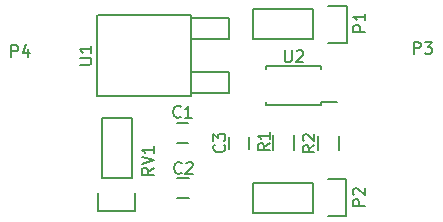
<source format=gto>
G04 #@! TF.FileFunction,Legend,Top*
%FSLAX46Y46*%
G04 Gerber Fmt 4.6, Leading zero omitted, Abs format (unit mm)*
G04 Created by KiCad (PCBNEW 4.0.1-stable) date Wednesday, June 29, 2016 'PMt' 09:03:30 PM*
%MOMM*%
G01*
G04 APERTURE LIST*
%ADD10C,0.100000*%
%ADD11C,0.150000*%
G04 APERTURE END LIST*
D10*
D11*
X183900000Y-98660000D02*
X182900000Y-98660000D01*
X182900000Y-100360000D02*
X183900000Y-100360000D01*
X184076000Y-86933000D02*
X187251000Y-86933000D01*
X187251000Y-86933000D02*
X187251000Y-85155000D01*
X187251000Y-85155000D02*
X184076000Y-85155000D01*
X184076000Y-91505000D02*
X187251000Y-91505000D01*
X187251000Y-91505000D02*
X187251000Y-89727000D01*
X187251000Y-89727000D02*
X184076000Y-89727000D01*
X177980000Y-84901000D02*
X184076000Y-84901000D01*
X184076000Y-84901000D02*
X184076000Y-91759000D01*
X184076000Y-91759000D02*
X176202000Y-91759000D01*
X176075000Y-91759000D02*
X176075000Y-84901000D01*
X176202000Y-84901000D02*
X177980000Y-84901000D01*
X183850000Y-94010000D02*
X182850000Y-94010000D01*
X182850000Y-95710000D02*
X183850000Y-95710000D01*
X188990000Y-96220000D02*
X188990000Y-95220000D01*
X187290000Y-95220000D02*
X187290000Y-96220000D01*
X194420000Y-84400000D02*
X189340000Y-84400000D01*
X189340000Y-84400000D02*
X189340000Y-86940000D01*
X189340000Y-86940000D02*
X194420000Y-86940000D01*
X197240000Y-87220000D02*
X195690000Y-87220000D01*
X194420000Y-86940000D02*
X194420000Y-84400000D01*
X195690000Y-84120000D02*
X197240000Y-84120000D01*
X197240000Y-84120000D02*
X197240000Y-87220000D01*
X194380000Y-99070000D02*
X189300000Y-99070000D01*
X189300000Y-99070000D02*
X189300000Y-101610000D01*
X189300000Y-101610000D02*
X194380000Y-101610000D01*
X197200000Y-101890000D02*
X195650000Y-101890000D01*
X194380000Y-101610000D02*
X194380000Y-99070000D01*
X195650000Y-98790000D02*
X197200000Y-98790000D01*
X197200000Y-98790000D02*
X197200000Y-101890000D01*
X191005000Y-96280000D02*
X191005000Y-95080000D01*
X192755000Y-95080000D02*
X192755000Y-96280000D01*
X196595000Y-95120000D02*
X196595000Y-96320000D01*
X194845000Y-96320000D02*
X194845000Y-95120000D01*
X179030000Y-98650000D02*
X179030000Y-93570000D01*
X179030000Y-93570000D02*
X176490000Y-93570000D01*
X176490000Y-93570000D02*
X176490000Y-98650000D01*
X176210000Y-101470000D02*
X176210000Y-99920000D01*
X176490000Y-98650000D02*
X179030000Y-98650000D01*
X179310000Y-99920000D02*
X179310000Y-101470000D01*
X179310000Y-101470000D02*
X176210000Y-101470000D01*
X195095000Y-92470000D02*
X195095000Y-92270000D01*
X190445000Y-92470000D02*
X190445000Y-92270000D01*
X190445000Y-89220000D02*
X190445000Y-89420000D01*
X195095000Y-89220000D02*
X195095000Y-89420000D01*
X195095000Y-92470000D02*
X190445000Y-92470000D01*
X195095000Y-89220000D02*
X190445000Y-89220000D01*
X195095000Y-92270000D02*
X196445000Y-92270000D01*
X183263334Y-98237143D02*
X183215715Y-98284762D01*
X183072858Y-98332381D01*
X182977620Y-98332381D01*
X182834762Y-98284762D01*
X182739524Y-98189524D01*
X182691905Y-98094286D01*
X182644286Y-97903810D01*
X182644286Y-97760952D01*
X182691905Y-97570476D01*
X182739524Y-97475238D01*
X182834762Y-97380000D01*
X182977620Y-97332381D01*
X183072858Y-97332381D01*
X183215715Y-97380000D01*
X183263334Y-97427619D01*
X183644286Y-97427619D02*
X183691905Y-97380000D01*
X183787143Y-97332381D01*
X184025239Y-97332381D01*
X184120477Y-97380000D01*
X184168096Y-97427619D01*
X184215715Y-97522857D01*
X184215715Y-97618095D01*
X184168096Y-97760952D01*
X183596667Y-98332381D01*
X184215715Y-98332381D01*
X174638381Y-89091905D02*
X175447905Y-89091905D01*
X175543143Y-89044286D01*
X175590762Y-88996667D01*
X175638381Y-88901429D01*
X175638381Y-88710952D01*
X175590762Y-88615714D01*
X175543143Y-88568095D01*
X175447905Y-88520476D01*
X174638381Y-88520476D01*
X175638381Y-87520476D02*
X175638381Y-88091905D01*
X175638381Y-87806191D02*
X174638381Y-87806191D01*
X174781238Y-87901429D01*
X174876476Y-87996667D01*
X174924095Y-88091905D01*
X183183334Y-93487143D02*
X183135715Y-93534762D01*
X182992858Y-93582381D01*
X182897620Y-93582381D01*
X182754762Y-93534762D01*
X182659524Y-93439524D01*
X182611905Y-93344286D01*
X182564286Y-93153810D01*
X182564286Y-93010952D01*
X182611905Y-92820476D01*
X182659524Y-92725238D01*
X182754762Y-92630000D01*
X182897620Y-92582381D01*
X182992858Y-92582381D01*
X183135715Y-92630000D01*
X183183334Y-92677619D01*
X184135715Y-93582381D02*
X183564286Y-93582381D01*
X183850000Y-93582381D02*
X183850000Y-92582381D01*
X183754762Y-92725238D01*
X183659524Y-92820476D01*
X183564286Y-92868095D01*
X186867143Y-95886666D02*
X186914762Y-95934285D01*
X186962381Y-96077142D01*
X186962381Y-96172380D01*
X186914762Y-96315238D01*
X186819524Y-96410476D01*
X186724286Y-96458095D01*
X186533810Y-96505714D01*
X186390952Y-96505714D01*
X186200476Y-96458095D01*
X186105238Y-96410476D01*
X186010000Y-96315238D01*
X185962381Y-96172380D01*
X185962381Y-96077142D01*
X186010000Y-95934285D01*
X186057619Y-95886666D01*
X185962381Y-95553333D02*
X185962381Y-94934285D01*
X186343333Y-95267619D01*
X186343333Y-95124761D01*
X186390952Y-95029523D01*
X186438571Y-94981904D01*
X186533810Y-94934285D01*
X186771905Y-94934285D01*
X186867143Y-94981904D01*
X186914762Y-95029523D01*
X186962381Y-95124761D01*
X186962381Y-95410476D01*
X186914762Y-95505714D01*
X186867143Y-95553333D01*
X198812381Y-86298095D02*
X197812381Y-86298095D01*
X197812381Y-85917142D01*
X197860000Y-85821904D01*
X197907619Y-85774285D01*
X198002857Y-85726666D01*
X198145714Y-85726666D01*
X198240952Y-85774285D01*
X198288571Y-85821904D01*
X198336190Y-85917142D01*
X198336190Y-86298095D01*
X198812381Y-84774285D02*
X198812381Y-85345714D01*
X198812381Y-85060000D02*
X197812381Y-85060000D01*
X197955238Y-85155238D01*
X198050476Y-85250476D01*
X198098095Y-85345714D01*
X198762381Y-101068095D02*
X197762381Y-101068095D01*
X197762381Y-100687142D01*
X197810000Y-100591904D01*
X197857619Y-100544285D01*
X197952857Y-100496666D01*
X198095714Y-100496666D01*
X198190952Y-100544285D01*
X198238571Y-100591904D01*
X198286190Y-100687142D01*
X198286190Y-101068095D01*
X197857619Y-100115714D02*
X197810000Y-100068095D01*
X197762381Y-99972857D01*
X197762381Y-99734761D01*
X197810000Y-99639523D01*
X197857619Y-99591904D01*
X197952857Y-99544285D01*
X198048095Y-99544285D01*
X198190952Y-99591904D01*
X198762381Y-100163333D01*
X198762381Y-99544285D01*
X190712381Y-95756666D02*
X190236190Y-96090000D01*
X190712381Y-96328095D02*
X189712381Y-96328095D01*
X189712381Y-95947142D01*
X189760000Y-95851904D01*
X189807619Y-95804285D01*
X189902857Y-95756666D01*
X190045714Y-95756666D01*
X190140952Y-95804285D01*
X190188571Y-95851904D01*
X190236190Y-95947142D01*
X190236190Y-96328095D01*
X190712381Y-94804285D02*
X190712381Y-95375714D01*
X190712381Y-95090000D02*
X189712381Y-95090000D01*
X189855238Y-95185238D01*
X189950476Y-95280476D01*
X189998095Y-95375714D01*
X194512381Y-95926666D02*
X194036190Y-96260000D01*
X194512381Y-96498095D02*
X193512381Y-96498095D01*
X193512381Y-96117142D01*
X193560000Y-96021904D01*
X193607619Y-95974285D01*
X193702857Y-95926666D01*
X193845714Y-95926666D01*
X193940952Y-95974285D01*
X193988571Y-96021904D01*
X194036190Y-96117142D01*
X194036190Y-96498095D01*
X193607619Y-95545714D02*
X193560000Y-95498095D01*
X193512381Y-95402857D01*
X193512381Y-95164761D01*
X193560000Y-95069523D01*
X193607619Y-95021904D01*
X193702857Y-94974285D01*
X193798095Y-94974285D01*
X193940952Y-95021904D01*
X194512381Y-95593333D01*
X194512381Y-94974285D01*
X180892381Y-97825238D02*
X180416190Y-98158572D01*
X180892381Y-98396667D02*
X179892381Y-98396667D01*
X179892381Y-98015714D01*
X179940000Y-97920476D01*
X179987619Y-97872857D01*
X180082857Y-97825238D01*
X180225714Y-97825238D01*
X180320952Y-97872857D01*
X180368571Y-97920476D01*
X180416190Y-98015714D01*
X180416190Y-98396667D01*
X179892381Y-97539524D02*
X180892381Y-97206191D01*
X179892381Y-96872857D01*
X180892381Y-96015714D02*
X180892381Y-96587143D01*
X180892381Y-96301429D02*
X179892381Y-96301429D01*
X180035238Y-96396667D01*
X180130476Y-96491905D01*
X180178095Y-96587143D01*
X192008095Y-87882381D02*
X192008095Y-88691905D01*
X192055714Y-88787143D01*
X192103333Y-88834762D01*
X192198571Y-88882381D01*
X192389048Y-88882381D01*
X192484286Y-88834762D01*
X192531905Y-88787143D01*
X192579524Y-88691905D01*
X192579524Y-87882381D01*
X193008095Y-87977619D02*
X193055714Y-87930000D01*
X193150952Y-87882381D01*
X193389048Y-87882381D01*
X193484286Y-87930000D01*
X193531905Y-87977619D01*
X193579524Y-88072857D01*
X193579524Y-88168095D01*
X193531905Y-88310952D01*
X192960476Y-88882381D01*
X193579524Y-88882381D01*
X202931905Y-88192381D02*
X202931905Y-87192381D01*
X203312858Y-87192381D01*
X203408096Y-87240000D01*
X203455715Y-87287619D01*
X203503334Y-87382857D01*
X203503334Y-87525714D01*
X203455715Y-87620952D01*
X203408096Y-87668571D01*
X203312858Y-87716190D01*
X202931905Y-87716190D01*
X203836667Y-87192381D02*
X204455715Y-87192381D01*
X204122381Y-87573333D01*
X204265239Y-87573333D01*
X204360477Y-87620952D01*
X204408096Y-87668571D01*
X204455715Y-87763810D01*
X204455715Y-88001905D01*
X204408096Y-88097143D01*
X204360477Y-88144762D01*
X204265239Y-88192381D01*
X203979524Y-88192381D01*
X203884286Y-88144762D01*
X203836667Y-88097143D01*
X168861905Y-88422381D02*
X168861905Y-87422381D01*
X169242858Y-87422381D01*
X169338096Y-87470000D01*
X169385715Y-87517619D01*
X169433334Y-87612857D01*
X169433334Y-87755714D01*
X169385715Y-87850952D01*
X169338096Y-87898571D01*
X169242858Y-87946190D01*
X168861905Y-87946190D01*
X170290477Y-87755714D02*
X170290477Y-88422381D01*
X170052381Y-87374762D02*
X169814286Y-88089048D01*
X170433334Y-88089048D01*
M02*

</source>
